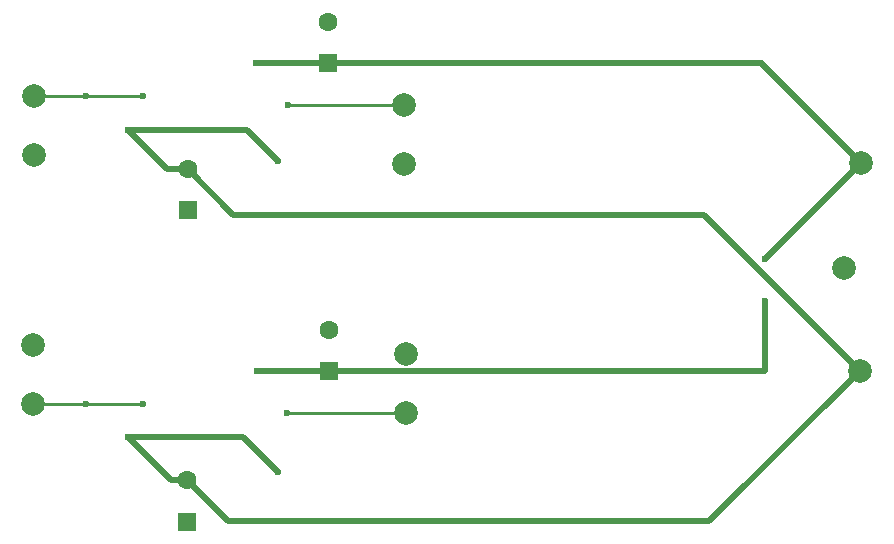
<source format=gbr>
G04 #@! TF.GenerationSoftware,KiCad,Pcbnew,(5.1.10-1-10_14)*
G04 #@! TF.CreationDate,2021-11-03T15:55:19+01:00*
G04 #@! TF.ProjectId,pre-amp-opa1611,7072652d-616d-4702-9d6f-706131363131,rev?*
G04 #@! TF.SameCoordinates,Original*
G04 #@! TF.FileFunction,Copper,L2,Bot*
G04 #@! TF.FilePolarity,Positive*
%FSLAX46Y46*%
G04 Gerber Fmt 4.6, Leading zero omitted, Abs format (unit mm)*
G04 Created by KiCad (PCBNEW (5.1.10-1-10_14)) date 2021-11-03 15:55:19*
%MOMM*%
%LPD*%
G01*
G04 APERTURE LIST*
G04 #@! TA.AperFunction,ComponentPad*
%ADD10C,2.000000*%
G04 #@! TD*
G04 #@! TA.AperFunction,ComponentPad*
%ADD11C,1.600000*%
G04 #@! TD*
G04 #@! TA.AperFunction,ComponentPad*
%ADD12R,1.600000X1.600000*%
G04 #@! TD*
G04 #@! TA.AperFunction,ViaPad*
%ADD13C,0.600000*%
G04 #@! TD*
G04 #@! TA.AperFunction,Conductor*
%ADD14C,0.500000*%
G04 #@! TD*
G04 #@! TA.AperFunction,Conductor*
%ADD15C,0.250000*%
G04 #@! TD*
G04 APERTURE END LIST*
D10*
X157670500Y-129222500D03*
X157670500Y-134239000D03*
X126111000Y-128460500D03*
X126111000Y-133477000D03*
D11*
X139128500Y-139890500D03*
D12*
X139128500Y-143390500D03*
D11*
X151130000Y-127183000D03*
D12*
X151130000Y-130683000D03*
D11*
X139192000Y-113538000D03*
D12*
X139192000Y-117038000D03*
D11*
X151066500Y-101084500D03*
D12*
X151066500Y-104584500D03*
D10*
X194754500Y-121920000D03*
X196215000Y-113030000D03*
X196088000Y-130619500D03*
X157543500Y-113157000D03*
X157543500Y-108140500D03*
X126174500Y-112395000D03*
X126174500Y-107378500D03*
D13*
X144970500Y-104584500D03*
X145034000Y-130683000D03*
X188087000Y-124714000D03*
X188087000Y-121158000D03*
X146875500Y-112903000D03*
X134112000Y-110236000D03*
X146812000Y-139192000D03*
X134175500Y-136271000D03*
X147701000Y-108140500D03*
X135382000Y-107378500D03*
X130556000Y-107378500D03*
X135382000Y-133477000D03*
X130619500Y-133477000D03*
X147637500Y-134239000D03*
D14*
X151066500Y-104584500D02*
X144970500Y-104584500D01*
X151130000Y-130683000D02*
X145034000Y-130683000D01*
X151130000Y-130683000D02*
X188087000Y-130683000D01*
X188087000Y-130683000D02*
X188087000Y-124714000D01*
X196215000Y-113030000D02*
X188087000Y-121158000D01*
X196215000Y-113030000D02*
X187833000Y-104648000D01*
X187833000Y-104648000D02*
X187833000Y-104584500D01*
X151066500Y-104584500D02*
X187833000Y-104584500D01*
X137414000Y-113538000D02*
X134112000Y-110236000D01*
X139192000Y-113538000D02*
X137414000Y-113538000D01*
X144208500Y-110236000D02*
X146875500Y-112903000D01*
X134112000Y-110236000D02*
X144208500Y-110236000D01*
X137795000Y-139890500D02*
X134175500Y-136271000D01*
X139128500Y-139890500D02*
X137795000Y-139890500D01*
X143891000Y-136271000D02*
X146812000Y-139192000D01*
X134175500Y-136271000D02*
X143891000Y-136271000D01*
X196088000Y-130619500D02*
X182880000Y-117411500D01*
X196088000Y-130619500D02*
X183324500Y-143383000D01*
X142621000Y-143383000D02*
X139128500Y-139890500D01*
X183324500Y-143383000D02*
X142621000Y-143383000D01*
X143065500Y-117411500D02*
X139192000Y-113538000D01*
X182880000Y-117411500D02*
X143065500Y-117411500D01*
D15*
X147701000Y-108140500D02*
X157543500Y-108140500D01*
X130556000Y-107378500D02*
X126174500Y-107378500D01*
X135382000Y-107378500D02*
X130556000Y-107378500D01*
X130619500Y-133477000D02*
X126111000Y-133477000D01*
X135382000Y-133477000D02*
X130619500Y-133477000D01*
X147637500Y-134239000D02*
X157670500Y-134239000D01*
M02*

</source>
